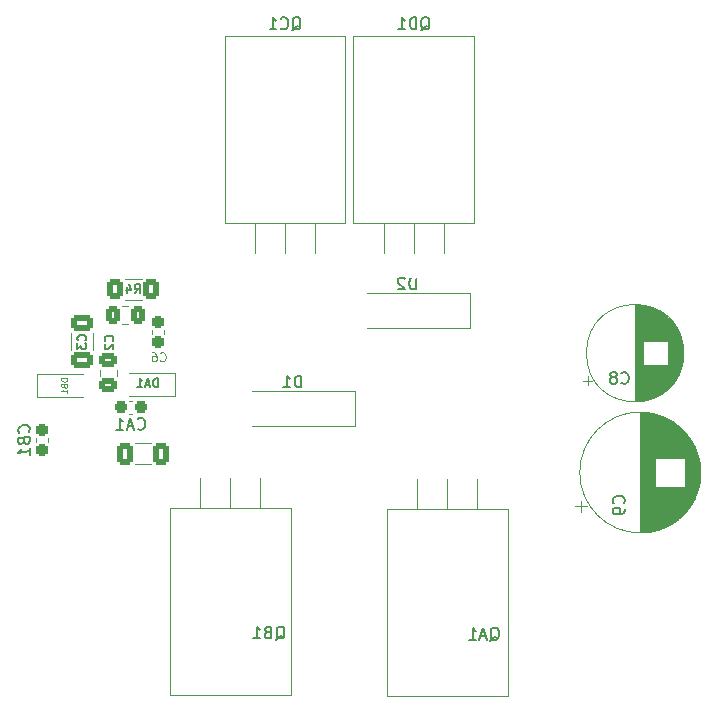
<source format=gbo>
G04 #@! TF.GenerationSoftware,KiCad,Pcbnew,(6.0.1)*
G04 #@! TF.CreationDate,2022-06-09T14:03:21-07:00*
G04 #@! TF.ProjectId,StereoPSRev1_2,53746572-656f-4505-9352-6576315f322e,rev?*
G04 #@! TF.SameCoordinates,Original*
G04 #@! TF.FileFunction,Legend,Bot*
G04 #@! TF.FilePolarity,Positive*
%FSLAX46Y46*%
G04 Gerber Fmt 4.6, Leading zero omitted, Abs format (unit mm)*
G04 Created by KiCad (PCBNEW (6.0.1)) date 2022-06-09 14:03:21*
%MOMM*%
%LPD*%
G01*
G04 APERTURE LIST*
G04 Aperture macros list*
%AMRoundRect*
0 Rectangle with rounded corners*
0 $1 Rounding radius*
0 $2 $3 $4 $5 $6 $7 $8 $9 X,Y pos of 4 corners*
0 Add a 4 corners polygon primitive as box body*
4,1,4,$2,$3,$4,$5,$6,$7,$8,$9,$2,$3,0*
0 Add four circle primitives for the rounded corners*
1,1,$1+$1,$2,$3*
1,1,$1+$1,$4,$5*
1,1,$1+$1,$6,$7*
1,1,$1+$1,$8,$9*
0 Add four rect primitives between the rounded corners*
20,1,$1+$1,$2,$3,$4,$5,0*
20,1,$1+$1,$4,$5,$6,$7,0*
20,1,$1+$1,$6,$7,$8,$9,0*
20,1,$1+$1,$8,$9,$2,$3,0*%
G04 Aperture macros list end*
%ADD10C,0.150000*%
%ADD11C,0.125000*%
%ADD12C,0.120000*%
%ADD13R,1.700000X1.700000*%
%ADD14O,1.700000X1.700000*%
%ADD15C,2.500000*%
%ADD16C,1.498600*%
%ADD17RoundRect,0.250000X0.650000X-0.412500X0.650000X0.412500X-0.650000X0.412500X-0.650000X-0.412500X0*%
%ADD18R,0.900000X1.200000*%
%ADD19R,1.600000X1.600000*%
%ADD20C,1.600000*%
%ADD21R,3.500000X2.700000*%
%ADD22O,3.500000X3.500000*%
%ADD23R,1.905000X2.000000*%
%ADD24O,1.905000X2.000000*%
%ADD25C,1.524000*%
%ADD26R,9.881000X8.881000*%
%ADD27RoundRect,0.250000X-0.400000X-0.625000X0.400000X-0.625000X0.400000X0.625000X-0.400000X0.625000X0*%
%ADD28RoundRect,0.237500X-0.300000X-0.237500X0.300000X-0.237500X0.300000X0.237500X-0.300000X0.237500X0*%
%ADD29R,2.000000X2.000000*%
%ADD30C,2.000000*%
%ADD31RoundRect,0.250000X-0.337500X-0.475000X0.337500X-0.475000X0.337500X0.475000X-0.337500X0.475000X0*%
%ADD32RoundRect,0.250000X-0.412500X-0.650000X0.412500X-0.650000X0.412500X0.650000X-0.412500X0.650000X0*%
%ADD33RoundRect,0.250000X0.475000X-0.337500X0.475000X0.337500X-0.475000X0.337500X-0.475000X-0.337500X0*%
%ADD34RoundRect,0.237500X0.237500X-0.300000X0.237500X0.300000X-0.237500X0.300000X-0.237500X-0.300000X0*%
%ADD35RoundRect,0.237500X-0.237500X0.300000X-0.237500X-0.300000X0.237500X-0.300000X0.237500X0.300000X0*%
G04 APERTURE END LIST*
D10*
X114956197Y-94820050D02*
X114991911Y-94784335D01*
X115027625Y-94677192D01*
X115027625Y-94605764D01*
X114991911Y-94498621D01*
X114920482Y-94427192D01*
X114849054Y-94391478D01*
X114706197Y-94355764D01*
X114599054Y-94355764D01*
X114456197Y-94391478D01*
X114384768Y-94427192D01*
X114313340Y-94498621D01*
X114277625Y-94605764D01*
X114277625Y-94677192D01*
X114313340Y-94784335D01*
X114349054Y-94820050D01*
X114277625Y-95070050D02*
X114277625Y-95534335D01*
X114563340Y-95284335D01*
X114563340Y-95391478D01*
X114599054Y-95462907D01*
X114634768Y-95498621D01*
X114706197Y-95534335D01*
X114884768Y-95534335D01*
X114956197Y-95498621D01*
X114991911Y-95462907D01*
X115027625Y-95391478D01*
X115027625Y-95177192D01*
X114991911Y-95105764D01*
X114956197Y-95070050D01*
X121113340Y-98784335D02*
X121113340Y-98034335D01*
X120934768Y-98034335D01*
X120827625Y-98070050D01*
X120756197Y-98141478D01*
X120720482Y-98212907D01*
X120684768Y-98355764D01*
X120684768Y-98462907D01*
X120720482Y-98605764D01*
X120756197Y-98677192D01*
X120827625Y-98748621D01*
X120934768Y-98784335D01*
X121113340Y-98784335D01*
X120399054Y-98570050D02*
X120041911Y-98570050D01*
X120470482Y-98784335D02*
X120220482Y-98034335D01*
X119970482Y-98784335D01*
X119327625Y-98784335D02*
X119756197Y-98784335D01*
X119541911Y-98784335D02*
X119541911Y-98034335D01*
X119613340Y-98141478D01*
X119684768Y-98212907D01*
X119756197Y-98248621D01*
X160336666Y-98407142D02*
X160384285Y-98454761D01*
X160527142Y-98502380D01*
X160622380Y-98502380D01*
X160765238Y-98454761D01*
X160860476Y-98359523D01*
X160908095Y-98264285D01*
X160955714Y-98073809D01*
X160955714Y-97930952D01*
X160908095Y-97740476D01*
X160860476Y-97645238D01*
X160765238Y-97550000D01*
X160622380Y-97502380D01*
X160527142Y-97502380D01*
X160384285Y-97550000D01*
X160336666Y-97597619D01*
X159765238Y-97930952D02*
X159860476Y-97883333D01*
X159908095Y-97835714D01*
X159955714Y-97740476D01*
X159955714Y-97692857D01*
X159908095Y-97597619D01*
X159860476Y-97550000D01*
X159765238Y-97502380D01*
X159574761Y-97502380D01*
X159479523Y-97550000D01*
X159431904Y-97597619D01*
X159384285Y-97692857D01*
X159384285Y-97740476D01*
X159431904Y-97835714D01*
X159479523Y-97883333D01*
X159574761Y-97930952D01*
X159765238Y-97930952D01*
X159860476Y-97978571D01*
X159908095Y-98026190D01*
X159955714Y-98121428D01*
X159955714Y-98311904D01*
X159908095Y-98407142D01*
X159860476Y-98454761D01*
X159765238Y-98502380D01*
X159574761Y-98502380D01*
X159479523Y-98454761D01*
X159431904Y-98407142D01*
X159384285Y-98311904D01*
X159384285Y-98121428D01*
X159431904Y-98026190D01*
X159479523Y-97978571D01*
X159574761Y-97930952D01*
X133238095Y-98802380D02*
X133238095Y-97802380D01*
X133000000Y-97802380D01*
X132857142Y-97850000D01*
X132761904Y-97945238D01*
X132714285Y-98040476D01*
X132666666Y-98230952D01*
X132666666Y-98373809D01*
X132714285Y-98564285D01*
X132761904Y-98659523D01*
X132857142Y-98754761D01*
X133000000Y-98802380D01*
X133238095Y-98802380D01*
X131714285Y-98802380D02*
X132285714Y-98802380D01*
X132000000Y-98802380D02*
X132000000Y-97802380D01*
X132095238Y-97945238D01*
X132190476Y-98040476D01*
X132285714Y-98088095D01*
X143355238Y-68567619D02*
X143450476Y-68520000D01*
X143545714Y-68424761D01*
X143688571Y-68281904D01*
X143783809Y-68234285D01*
X143879047Y-68234285D01*
X143831428Y-68472380D02*
X143926666Y-68424761D01*
X144021904Y-68329523D01*
X144069523Y-68139047D01*
X144069523Y-67805714D01*
X144021904Y-67615238D01*
X143926666Y-67520000D01*
X143831428Y-67472380D01*
X143640952Y-67472380D01*
X143545714Y-67520000D01*
X143450476Y-67615238D01*
X143402857Y-67805714D01*
X143402857Y-68139047D01*
X143450476Y-68329523D01*
X143545714Y-68424761D01*
X143640952Y-68472380D01*
X143831428Y-68472380D01*
X142974285Y-68472380D02*
X142974285Y-67472380D01*
X142736190Y-67472380D01*
X142593333Y-67520000D01*
X142498095Y-67615238D01*
X142450476Y-67710476D01*
X142402857Y-67900952D01*
X142402857Y-68043809D01*
X142450476Y-68234285D01*
X142498095Y-68329523D01*
X142593333Y-68424761D01*
X142736190Y-68472380D01*
X142974285Y-68472380D01*
X141450476Y-68472380D02*
X142021904Y-68472380D01*
X141736190Y-68472380D02*
X141736190Y-67472380D01*
X141831428Y-67615238D01*
X141926666Y-67710476D01*
X142021904Y-67758095D01*
X119125000Y-90834436D02*
X119375000Y-90477293D01*
X119553571Y-90834436D02*
X119553571Y-90084436D01*
X119267857Y-90084436D01*
X119196428Y-90120151D01*
X119160714Y-90155865D01*
X119125000Y-90227293D01*
X119125000Y-90334436D01*
X119160714Y-90405865D01*
X119196428Y-90441579D01*
X119267857Y-90477293D01*
X119553571Y-90477293D01*
X118482142Y-90334436D02*
X118482142Y-90834436D01*
X118660714Y-90048722D02*
X118839285Y-90584436D01*
X118375000Y-90584436D01*
X119395238Y-102287142D02*
X119442857Y-102334761D01*
X119585714Y-102382380D01*
X119680952Y-102382380D01*
X119823809Y-102334761D01*
X119919047Y-102239523D01*
X119966666Y-102144285D01*
X120014285Y-101953809D01*
X120014285Y-101810952D01*
X119966666Y-101620476D01*
X119919047Y-101525238D01*
X119823809Y-101430000D01*
X119680952Y-101382380D01*
X119585714Y-101382380D01*
X119442857Y-101430000D01*
X119395238Y-101477619D01*
X119014285Y-102096666D02*
X118538095Y-102096666D01*
X119109523Y-102382380D02*
X118776190Y-101382380D01*
X118442857Y-102382380D01*
X117585714Y-102382380D02*
X118157142Y-102382380D01*
X117871428Y-102382380D02*
X117871428Y-101382380D01*
X117966666Y-101525238D01*
X118061904Y-101620476D01*
X118157142Y-101668095D01*
X160525142Y-108603333D02*
X160572761Y-108555714D01*
X160620380Y-108412857D01*
X160620380Y-108317619D01*
X160572761Y-108174761D01*
X160477523Y-108079523D01*
X160382285Y-108031904D01*
X160191809Y-107984285D01*
X160048952Y-107984285D01*
X159858476Y-108031904D01*
X159763238Y-108079523D01*
X159668000Y-108174761D01*
X159620380Y-108317619D01*
X159620380Y-108412857D01*
X159668000Y-108555714D01*
X159715619Y-108603333D01*
X160620380Y-109079523D02*
X160620380Y-109270000D01*
X160572761Y-109365238D01*
X160525142Y-109412857D01*
X160382285Y-109508095D01*
X160191809Y-109555714D01*
X159810857Y-109555714D01*
X159715619Y-109508095D01*
X159668000Y-109460476D01*
X159620380Y-109365238D01*
X159620380Y-109174761D01*
X159668000Y-109079523D01*
X159715619Y-109031904D01*
X159810857Y-108984285D01*
X160048952Y-108984285D01*
X160144190Y-109031904D01*
X160191809Y-109079523D01*
X160239428Y-109174761D01*
X160239428Y-109365238D01*
X160191809Y-109460476D01*
X160144190Y-109508095D01*
X160048952Y-109555714D01*
X149223809Y-120247619D02*
X149319047Y-120200000D01*
X149414285Y-120104761D01*
X149557142Y-119961904D01*
X149652380Y-119914285D01*
X149747619Y-119914285D01*
X149700000Y-120152380D02*
X149795238Y-120104761D01*
X149890476Y-120009523D01*
X149938095Y-119819047D01*
X149938095Y-119485714D01*
X149890476Y-119295238D01*
X149795238Y-119200000D01*
X149700000Y-119152380D01*
X149509523Y-119152380D01*
X149414285Y-119200000D01*
X149319047Y-119295238D01*
X149271428Y-119485714D01*
X149271428Y-119819047D01*
X149319047Y-120009523D01*
X149414285Y-120104761D01*
X149509523Y-120152380D01*
X149700000Y-120152380D01*
X148890476Y-119866666D02*
X148414285Y-119866666D01*
X148985714Y-120152380D02*
X148652380Y-119152380D01*
X148319047Y-120152380D01*
X147461904Y-120152380D02*
X148033333Y-120152380D01*
X147747619Y-120152380D02*
X147747619Y-119152380D01*
X147842857Y-119295238D01*
X147938095Y-119390476D01*
X148033333Y-119438095D01*
X142938095Y-90502380D02*
X142938095Y-89502380D01*
X142700000Y-89502380D01*
X142557142Y-89550000D01*
X142461904Y-89645238D01*
X142414285Y-89740476D01*
X142366666Y-89930952D01*
X142366666Y-90073809D01*
X142414285Y-90264285D01*
X142461904Y-90359523D01*
X142557142Y-90454761D01*
X142700000Y-90502380D01*
X142938095Y-90502380D01*
X141985714Y-89597619D02*
X141938095Y-89550000D01*
X141842857Y-89502380D01*
X141604761Y-89502380D01*
X141509523Y-89550000D01*
X141461904Y-89597619D01*
X141414285Y-89692857D01*
X141414285Y-89788095D01*
X141461904Y-89930952D01*
X142033333Y-90502380D01*
X141414285Y-90502380D01*
X132455238Y-68567619D02*
X132550476Y-68520000D01*
X132645714Y-68424761D01*
X132788571Y-68281904D01*
X132883809Y-68234285D01*
X132979047Y-68234285D01*
X132931428Y-68472380D02*
X133026666Y-68424761D01*
X133121904Y-68329523D01*
X133169523Y-68139047D01*
X133169523Y-67805714D01*
X133121904Y-67615238D01*
X133026666Y-67520000D01*
X132931428Y-67472380D01*
X132740952Y-67472380D01*
X132645714Y-67520000D01*
X132550476Y-67615238D01*
X132502857Y-67805714D01*
X132502857Y-68139047D01*
X132550476Y-68329523D01*
X132645714Y-68424761D01*
X132740952Y-68472380D01*
X132931428Y-68472380D01*
X131502857Y-68377142D02*
X131550476Y-68424761D01*
X131693333Y-68472380D01*
X131788571Y-68472380D01*
X131931428Y-68424761D01*
X132026666Y-68329523D01*
X132074285Y-68234285D01*
X132121904Y-68043809D01*
X132121904Y-67900952D01*
X132074285Y-67710476D01*
X132026666Y-67615238D01*
X131931428Y-67520000D01*
X131788571Y-67472380D01*
X131693333Y-67472380D01*
X131550476Y-67520000D01*
X131502857Y-67567619D01*
X130550476Y-68472380D02*
X131121904Y-68472380D01*
X130836190Y-68472380D02*
X130836190Y-67472380D01*
X130931428Y-67615238D01*
X131026666Y-67710476D01*
X131121904Y-67758095D01*
X117256197Y-94870050D02*
X117291911Y-94834335D01*
X117327625Y-94727192D01*
X117327625Y-94655764D01*
X117291911Y-94548621D01*
X117220482Y-94477192D01*
X117149054Y-94441478D01*
X117006197Y-94405764D01*
X116899054Y-94405764D01*
X116756197Y-94441478D01*
X116684768Y-94477192D01*
X116613340Y-94548621D01*
X116577625Y-94655764D01*
X116577625Y-94727192D01*
X116613340Y-94834335D01*
X116649054Y-94870050D01*
X116649054Y-95155764D02*
X116613340Y-95191478D01*
X116577625Y-95262907D01*
X116577625Y-95441478D01*
X116613340Y-95512907D01*
X116649054Y-95548621D01*
X116720482Y-95584335D01*
X116791911Y-95584335D01*
X116899054Y-95548621D01*
X117327625Y-95120050D01*
X117327625Y-95584335D01*
X110157142Y-102550565D02*
X110204761Y-102496994D01*
X110252380Y-102348184D01*
X110252380Y-102252946D01*
X110204761Y-102116041D01*
X110109523Y-102032708D01*
X110014285Y-101996994D01*
X109823809Y-101973184D01*
X109680952Y-101991041D01*
X109490476Y-102062470D01*
X109395238Y-102121994D01*
X109300000Y-102229136D01*
X109252380Y-102377946D01*
X109252380Y-102473184D01*
X109300000Y-102610089D01*
X109347619Y-102651755D01*
X109728571Y-103366041D02*
X109776190Y-103502946D01*
X109823809Y-103544613D01*
X109919047Y-103580327D01*
X110061904Y-103562470D01*
X110157142Y-103502946D01*
X110204761Y-103449375D01*
X110252380Y-103348184D01*
X110252380Y-102967232D01*
X109252380Y-103092232D01*
X109252380Y-103425565D01*
X109300000Y-103514851D01*
X109347619Y-103556517D01*
X109442857Y-103592232D01*
X109538095Y-103580327D01*
X109633333Y-103520803D01*
X109680952Y-103467232D01*
X109728571Y-103366041D01*
X109728571Y-103032708D01*
X110252380Y-104491041D02*
X110252380Y-103919613D01*
X110252380Y-104205327D02*
X109252380Y-104330327D01*
X109395238Y-104217232D01*
X109490476Y-104110089D01*
X109538095Y-104008898D01*
D11*
X121276920Y-96517857D02*
X121312634Y-96553571D01*
X121419777Y-96589285D01*
X121491205Y-96589285D01*
X121598348Y-96553571D01*
X121669777Y-96482142D01*
X121705491Y-96410714D01*
X121741205Y-96267857D01*
X121741205Y-96160714D01*
X121705491Y-96017857D01*
X121669777Y-95946428D01*
X121598348Y-95875000D01*
X121491205Y-95839285D01*
X121419777Y-95839285D01*
X121312634Y-95875000D01*
X121276920Y-95910714D01*
X120634062Y-95839285D02*
X120776920Y-95839285D01*
X120848348Y-95875000D01*
X120884062Y-95910714D01*
X120955491Y-96017857D01*
X120991205Y-96160714D01*
X120991205Y-96446428D01*
X120955491Y-96517857D01*
X120919777Y-96553571D01*
X120848348Y-96589285D01*
X120705491Y-96589285D01*
X120634062Y-96553571D01*
X120598348Y-96517857D01*
X120562634Y-96446428D01*
X120562634Y-96267857D01*
X120598348Y-96196428D01*
X120634062Y-96160714D01*
X120705491Y-96125000D01*
X120848348Y-96125000D01*
X120919777Y-96160714D01*
X120955491Y-96196428D01*
X120991205Y-96267857D01*
D10*
X131095238Y-120147619D02*
X131190476Y-120100000D01*
X131285714Y-120004761D01*
X131428571Y-119861904D01*
X131523809Y-119814285D01*
X131619047Y-119814285D01*
X131571428Y-120052380D02*
X131666666Y-120004761D01*
X131761904Y-119909523D01*
X131809523Y-119719047D01*
X131809523Y-119385714D01*
X131761904Y-119195238D01*
X131666666Y-119100000D01*
X131571428Y-119052380D01*
X131380952Y-119052380D01*
X131285714Y-119100000D01*
X131190476Y-119195238D01*
X131142857Y-119385714D01*
X131142857Y-119719047D01*
X131190476Y-119909523D01*
X131285714Y-120004761D01*
X131380952Y-120052380D01*
X131571428Y-120052380D01*
X130380952Y-119528571D02*
X130238095Y-119576190D01*
X130190476Y-119623809D01*
X130142857Y-119719047D01*
X130142857Y-119861904D01*
X130190476Y-119957142D01*
X130238095Y-120004761D01*
X130333333Y-120052380D01*
X130714285Y-120052380D01*
X130714285Y-119052380D01*
X130380952Y-119052380D01*
X130285714Y-119100000D01*
X130238095Y-119147619D01*
X130190476Y-119242857D01*
X130190476Y-119338095D01*
X130238095Y-119433333D01*
X130285714Y-119480952D01*
X130380952Y-119528571D01*
X130714285Y-119528571D01*
X129190476Y-120052380D02*
X129761904Y-120052380D01*
X129476190Y-120052380D02*
X129476190Y-119052380D01*
X129571428Y-119195238D01*
X129666666Y-119290476D01*
X129761904Y-119338095D01*
D11*
X113434530Y-98026002D02*
X112934530Y-98026002D01*
X112934530Y-98145050D01*
X112958340Y-98216478D01*
X113005959Y-98264097D01*
X113053578Y-98287907D01*
X113148816Y-98311716D01*
X113220244Y-98311716D01*
X113315482Y-98287907D01*
X113363101Y-98264097D01*
X113410720Y-98216478D01*
X113434530Y-98145050D01*
X113434530Y-98026002D01*
X113172625Y-98692669D02*
X113196435Y-98764097D01*
X113220244Y-98787907D01*
X113267863Y-98811716D01*
X113339292Y-98811716D01*
X113386911Y-98787907D01*
X113410720Y-98764097D01*
X113434530Y-98716478D01*
X113434530Y-98526002D01*
X112934530Y-98526002D01*
X112934530Y-98692669D01*
X112958340Y-98740288D01*
X112982149Y-98764097D01*
X113029768Y-98787907D01*
X113077387Y-98787907D01*
X113125006Y-98764097D01*
X113148816Y-98740288D01*
X113172625Y-98692669D01*
X113172625Y-98526002D01*
X113434530Y-99287907D02*
X113434530Y-99002192D01*
X113434530Y-99145050D02*
X112934530Y-99145050D01*
X113005959Y-99097430D01*
X113053578Y-99049811D01*
X113077387Y-99002192D01*
D12*
X113778340Y-95656302D02*
X113778340Y-94233798D01*
X115598340Y-95656302D02*
X115598340Y-94233798D01*
X122538340Y-97545050D02*
X118638340Y-97545050D01*
X122538340Y-97545050D02*
X122538340Y-99545050D01*
X122538340Y-99545050D02*
X118638340Y-99545050D01*
X163018349Y-94860000D02*
X163018349Y-92110000D01*
X163778349Y-99292000D02*
X163778349Y-96940000D01*
X161857349Y-99965000D02*
X161857349Y-91835000D01*
X162858349Y-99750000D02*
X162858349Y-96940000D01*
X164258349Y-98919000D02*
X164258349Y-96940000D01*
X161977349Y-99952000D02*
X161977349Y-91848000D01*
X162618349Y-94860000D02*
X162618349Y-91975000D01*
X163978349Y-94860000D02*
X163978349Y-92650000D01*
X164138349Y-94860000D02*
X164138349Y-92776000D01*
X161537349Y-99980000D02*
X161537349Y-91820000D01*
X163938349Y-99180000D02*
X163938349Y-96940000D01*
X165098349Y-97864000D02*
X165098349Y-93936000D01*
X163858349Y-94860000D02*
X163858349Y-92562000D01*
X165538349Y-96668000D02*
X165538349Y-95132000D01*
X163258349Y-99586000D02*
X163258349Y-96940000D01*
X163418349Y-94860000D02*
X163418349Y-92294000D01*
X163458349Y-94860000D02*
X163458349Y-92316000D01*
X162818349Y-94860000D02*
X162818349Y-92037000D01*
X164098349Y-99056000D02*
X164098349Y-96940000D01*
X165298349Y-97452000D02*
X165298349Y-94348000D01*
X164978349Y-98066000D02*
X164978349Y-93734000D01*
X161937349Y-99957000D02*
X161937349Y-91843000D01*
X162258349Y-99910000D02*
X162258349Y-96940000D01*
X162658349Y-99814000D02*
X162658349Y-96940000D01*
X161737349Y-99974000D02*
X161737349Y-91826000D01*
X163538349Y-99440000D02*
X163538349Y-96940000D01*
X161777349Y-99971000D02*
X161777349Y-91829000D01*
X162177349Y-99924000D02*
X162177349Y-91876000D01*
X165578349Y-96433000D02*
X165578349Y-95367000D01*
X163818349Y-94860000D02*
X163818349Y-92535000D01*
X162578349Y-94860000D02*
X162578349Y-91964000D01*
X165218349Y-97631000D02*
X165218349Y-94169000D01*
X162778349Y-94860000D02*
X162778349Y-92023000D01*
X163498349Y-94860000D02*
X163498349Y-92338000D01*
X163738349Y-99318000D02*
X163738349Y-96940000D01*
X162338349Y-94860000D02*
X162338349Y-91906000D01*
X162818349Y-99763000D02*
X162818349Y-96940000D01*
X164138349Y-99024000D02*
X164138349Y-96940000D01*
X163538349Y-94860000D02*
X163538349Y-92360000D01*
X162378349Y-99885000D02*
X162378349Y-96940000D01*
X163898349Y-94860000D02*
X163898349Y-92591000D01*
X162097349Y-99937000D02*
X162097349Y-91863000D01*
X163418349Y-99506000D02*
X163418349Y-96940000D01*
X162898349Y-99735000D02*
X162898349Y-96940000D01*
X164658349Y-98504000D02*
X164658349Y-93296000D01*
X163378349Y-99527000D02*
X163378349Y-96940000D01*
X162298349Y-94860000D02*
X162298349Y-91898000D01*
X162418349Y-94860000D02*
X162418349Y-91924000D01*
X163338349Y-99547000D02*
X163338349Y-96940000D01*
X163298349Y-99566000D02*
X163298349Y-96940000D01*
X162498349Y-99857000D02*
X162498349Y-96940000D01*
X162538349Y-94860000D02*
X162538349Y-91953000D01*
X164538349Y-98641000D02*
X164538349Y-93159000D01*
X163578349Y-94860000D02*
X163578349Y-92383000D01*
X162658349Y-94860000D02*
X162658349Y-91986000D01*
X162858349Y-94860000D02*
X162858349Y-92050000D01*
X162017349Y-99948000D02*
X162017349Y-91852000D01*
X165138349Y-97790000D02*
X165138349Y-94010000D01*
X163218349Y-94860000D02*
X163218349Y-92196000D01*
X157087651Y-98215000D02*
X157887651Y-98215000D01*
X162898349Y-94860000D02*
X162898349Y-92065000D01*
X163618349Y-99393000D02*
X163618349Y-96940000D01*
X162418349Y-99876000D02*
X162418349Y-96940000D01*
X161897349Y-99961000D02*
X161897349Y-91839000D01*
X165258349Y-97545000D02*
X165258349Y-94255000D01*
X163818349Y-99265000D02*
X163818349Y-96940000D01*
X164938349Y-98128000D02*
X164938349Y-93672000D01*
X164618349Y-98551000D02*
X164618349Y-93249000D01*
X163778349Y-94860000D02*
X163778349Y-92508000D01*
X162938349Y-94860000D02*
X162938349Y-92079000D01*
X164178349Y-94860000D02*
X164178349Y-92810000D01*
X164338349Y-98845000D02*
X164338349Y-92955000D01*
X165058349Y-97934000D02*
X165058349Y-93866000D01*
X163658349Y-99369000D02*
X163658349Y-96940000D01*
X162738349Y-99789000D02*
X162738349Y-96940000D01*
X164578349Y-98597000D02*
X164578349Y-93203000D01*
X163058349Y-99674000D02*
X163058349Y-96940000D01*
X163458349Y-99484000D02*
X163458349Y-96940000D01*
X163578349Y-99417000D02*
X163578349Y-96940000D01*
X164418349Y-98767000D02*
X164418349Y-93033000D01*
X162378349Y-94860000D02*
X162378349Y-91915000D01*
X163218349Y-99604000D02*
X163218349Y-96940000D01*
X162978349Y-94860000D02*
X162978349Y-92095000D01*
X163258349Y-94860000D02*
X163258349Y-92214000D01*
X165458349Y-96998000D02*
X165458349Y-94802000D01*
X162578349Y-99836000D02*
X162578349Y-96940000D01*
X164298349Y-98883000D02*
X164298349Y-92917000D01*
X163138349Y-94860000D02*
X163138349Y-92160000D01*
X164178349Y-98990000D02*
X164178349Y-96940000D01*
X163658349Y-94860000D02*
X163658349Y-92431000D01*
X162618349Y-99825000D02*
X162618349Y-96940000D01*
X164098349Y-94860000D02*
X164098349Y-92744000D01*
X164458349Y-98726000D02*
X164458349Y-93074000D01*
X163738349Y-94860000D02*
X163738349Y-92482000D01*
X163058349Y-94860000D02*
X163058349Y-92126000D01*
X162498349Y-94860000D02*
X162498349Y-91943000D01*
X163098349Y-94860000D02*
X163098349Y-92143000D01*
X165178349Y-97713000D02*
X165178349Y-94087000D01*
X164698349Y-98456000D02*
X164698349Y-93344000D01*
X164778349Y-98354000D02*
X164778349Y-93446000D01*
X163178349Y-99622000D02*
X163178349Y-96940000D01*
X164738349Y-98405000D02*
X164738349Y-93395000D01*
X157487651Y-98615000D02*
X157487651Y-97815000D01*
X164378349Y-98807000D02*
X164378349Y-92993000D01*
X163698349Y-99344000D02*
X163698349Y-96940000D01*
X163938349Y-94860000D02*
X163938349Y-92620000D01*
X164218349Y-94860000D02*
X164218349Y-92845000D01*
X162458349Y-94860000D02*
X162458349Y-91933000D01*
X163698349Y-94860000D02*
X163698349Y-92456000D01*
X161617349Y-99979000D02*
X161617349Y-91821000D01*
X162458349Y-99867000D02*
X162458349Y-96940000D01*
X162778349Y-99777000D02*
X162778349Y-96940000D01*
X161497349Y-99980000D02*
X161497349Y-91820000D01*
X164858349Y-98245000D02*
X164858349Y-93555000D01*
X162057349Y-99942000D02*
X162057349Y-91858000D01*
X163018349Y-99690000D02*
X163018349Y-96940000D01*
X163858349Y-99238000D02*
X163858349Y-96940000D01*
X162298349Y-99902000D02*
X162298349Y-96940000D01*
X164498349Y-98684000D02*
X164498349Y-93116000D01*
X164058349Y-94860000D02*
X164058349Y-92711000D01*
X164058349Y-99089000D02*
X164058349Y-96940000D01*
X164258349Y-94860000D02*
X164258349Y-92881000D01*
X163618349Y-94860000D02*
X163618349Y-92407000D01*
X163338349Y-94860000D02*
X163338349Y-92253000D01*
X164818349Y-98300000D02*
X164818349Y-93500000D01*
X165418349Y-97129000D02*
X165418349Y-94671000D01*
X162258349Y-94860000D02*
X162258349Y-91890000D01*
X164018349Y-94860000D02*
X164018349Y-92680000D01*
X163098349Y-99657000D02*
X163098349Y-96940000D01*
X162218349Y-94860000D02*
X162218349Y-91883000D01*
X165338349Y-97353000D02*
X165338349Y-94447000D01*
X162698349Y-94860000D02*
X162698349Y-91998000D01*
X162538349Y-99847000D02*
X162538349Y-96940000D01*
X162978349Y-99705000D02*
X162978349Y-96940000D01*
X164218349Y-98955000D02*
X164218349Y-96940000D01*
X163378349Y-94860000D02*
X163378349Y-92273000D01*
X163898349Y-99209000D02*
X163898349Y-96940000D01*
X162338349Y-99894000D02*
X162338349Y-96940000D01*
X163178349Y-94860000D02*
X163178349Y-92178000D01*
X161697349Y-99976000D02*
X161697349Y-91824000D01*
X162218349Y-99917000D02*
X162218349Y-96940000D01*
X164018349Y-99120000D02*
X164018349Y-96940000D01*
X163978349Y-99150000D02*
X163978349Y-96940000D01*
X163498349Y-99462000D02*
X163498349Y-96940000D01*
X161817349Y-99968000D02*
X161817349Y-91832000D01*
X165498349Y-96848000D02*
X165498349Y-94952000D01*
X165018349Y-98002000D02*
X165018349Y-93798000D01*
X163298349Y-94860000D02*
X163298349Y-92234000D01*
X162137349Y-99930000D02*
X162137349Y-91870000D01*
X161657349Y-99977000D02*
X161657349Y-91823000D01*
X163138349Y-99640000D02*
X163138349Y-96940000D01*
X164898349Y-98187000D02*
X164898349Y-93613000D01*
X165378349Y-97246000D02*
X165378349Y-94554000D01*
X161577349Y-99980000D02*
X161577349Y-91820000D01*
X162938349Y-99721000D02*
X162938349Y-96940000D01*
X162698349Y-99802000D02*
X162698349Y-96940000D01*
X162738349Y-94860000D02*
X162738349Y-92011000D01*
X165617349Y-95900000D02*
G75*
G03*
X165617349Y-95900000I-4120000J0D01*
G01*
X137800000Y-102100000D02*
X129100000Y-102100000D01*
X129100000Y-99100000D02*
X137800000Y-99100000D01*
X137800000Y-99100000D02*
X137800000Y-102100000D01*
X147880000Y-84910000D02*
X137640000Y-84910000D01*
X147880000Y-69020000D02*
X147880000Y-84910000D01*
X147880000Y-69020000D02*
X137640000Y-69020000D01*
X137640000Y-69020000D02*
X137640000Y-84910000D01*
X142760000Y-84910000D02*
X142760000Y-87450000D01*
X140220000Y-84910000D02*
X140220000Y-87450000D01*
X145300000Y-84910000D02*
X145300000Y-87450000D01*
X118272936Y-91410000D02*
X119727064Y-91410000D01*
X118272936Y-89590000D02*
X119727064Y-89590000D01*
X118653733Y-99990000D02*
X118946267Y-99990000D01*
X118653733Y-101010000D02*
X118946267Y-101010000D01*
X165293323Y-109824000D02*
X165293323Y-107241000D01*
X165453323Y-109679000D02*
X165453323Y-107241000D01*
X162212323Y-111073000D02*
X162212323Y-100927000D01*
X165013323Y-110050000D02*
X165013323Y-107241000D01*
X164573323Y-110347000D02*
X164573323Y-107241000D01*
X166893323Y-107230000D02*
X166893323Y-104770000D01*
X164373323Y-110462000D02*
X164373323Y-107241000D01*
X164773323Y-110221000D02*
X164773323Y-107241000D01*
X162612323Y-111035000D02*
X162612323Y-100965000D01*
X163333323Y-110885000D02*
X163333323Y-107241000D01*
X162853323Y-110997000D02*
X162853323Y-101003000D01*
X166173323Y-108830000D02*
X166173323Y-103170000D01*
X165253323Y-104759000D02*
X165253323Y-102142000D01*
X166053323Y-109000000D02*
X166053323Y-103000000D01*
X163373323Y-110874000D02*
X163373323Y-107241000D01*
X164053323Y-110621000D02*
X164053323Y-107241000D01*
X167013323Y-106599000D02*
X167013323Y-105401000D01*
X166813323Y-107510000D02*
X166813323Y-104490000D01*
X166253323Y-108709000D02*
X166253323Y-103291000D01*
X166213323Y-108770000D02*
X166213323Y-103230000D01*
X163773323Y-104759000D02*
X163773323Y-101262000D01*
X164613323Y-110323000D02*
X164613323Y-107241000D01*
X164253323Y-104759000D02*
X164253323Y-101475000D01*
X166093323Y-108945000D02*
X166093323Y-103055000D01*
X165493323Y-109640000D02*
X165493323Y-107241000D01*
X164693323Y-104759000D02*
X164693323Y-101727000D01*
X164133323Y-104759000D02*
X164133323Y-101416000D01*
X166853323Y-107378000D02*
X166853323Y-104622000D01*
X161932323Y-111080000D02*
X161932323Y-100920000D01*
X164373323Y-104759000D02*
X164373323Y-101538000D01*
X163213323Y-104759000D02*
X163213323Y-101082000D01*
X165213323Y-109892000D02*
X165213323Y-107241000D01*
X165533323Y-109601000D02*
X165533323Y-107241000D01*
X162412323Y-111058000D02*
X162412323Y-100942000D01*
X156452677Y-108875000D02*
X157452677Y-108875000D01*
X165453323Y-104759000D02*
X165453323Y-102321000D01*
X162292323Y-111068000D02*
X162292323Y-100932000D01*
X165013323Y-104759000D02*
X165013323Y-101950000D01*
X162132323Y-111077000D02*
X162132323Y-100923000D01*
X162012323Y-111080000D02*
X162012323Y-100920000D01*
X166333323Y-108579000D02*
X166333323Y-103421000D01*
X165973323Y-109106000D02*
X165973323Y-102894000D01*
X162973323Y-110974000D02*
X162973323Y-101026000D01*
X164933323Y-110110000D02*
X164933323Y-107241000D01*
X162893323Y-110990000D02*
X162893323Y-101010000D01*
X166573323Y-108125000D02*
X166573323Y-103875000D01*
X163813323Y-104759000D02*
X163813323Y-101277000D01*
X165813323Y-109301000D02*
X165813323Y-102699000D01*
X165373323Y-109753000D02*
X165373323Y-107241000D01*
X164333323Y-104759000D02*
X164333323Y-101517000D01*
X164413323Y-104759000D02*
X164413323Y-101560000D01*
X164853323Y-104759000D02*
X164853323Y-101834000D01*
X164533323Y-104759000D02*
X164533323Y-101629000D01*
X165533323Y-104759000D02*
X165533323Y-102399000D01*
X165253323Y-109858000D02*
X165253323Y-107241000D01*
X163413323Y-110862000D02*
X163413323Y-107241000D01*
X163733323Y-110754000D02*
X163733323Y-107241000D01*
X162572323Y-111040000D02*
X162572323Y-100960000D01*
X164893323Y-110138000D02*
X164893323Y-107241000D01*
X164013323Y-110639000D02*
X164013323Y-107241000D01*
X164813323Y-110194000D02*
X164813323Y-107241000D01*
X164933323Y-104759000D02*
X164933323Y-101890000D01*
X164653323Y-110298000D02*
X164653323Y-107241000D01*
X156952677Y-109375000D02*
X156952677Y-108375000D01*
X165413323Y-109716000D02*
X165413323Y-107241000D01*
X162372323Y-111062000D02*
X162372323Y-100938000D01*
X163853323Y-104759000D02*
X163853323Y-101293000D01*
X164293323Y-110504000D02*
X164293323Y-107241000D01*
X164773323Y-104759000D02*
X164773323Y-101779000D01*
X163813323Y-110723000D02*
X163813323Y-107241000D01*
X162532323Y-111045000D02*
X162532323Y-100955000D01*
X165373323Y-104759000D02*
X165373323Y-102247000D01*
X163413323Y-104759000D02*
X163413323Y-101138000D01*
X165493323Y-104759000D02*
X165493323Y-102360000D01*
X163973323Y-104759000D02*
X163973323Y-101343000D01*
X163533323Y-104759000D02*
X163533323Y-101176000D01*
X164213323Y-110545000D02*
X164213323Y-107241000D01*
X164853323Y-110166000D02*
X164853323Y-107241000D01*
X165653323Y-104759000D02*
X165653323Y-102522000D01*
X165093323Y-104759000D02*
X165093323Y-102011000D01*
X164253323Y-110525000D02*
X164253323Y-107241000D01*
X164573323Y-104759000D02*
X164573323Y-101653000D01*
X166933323Y-107062000D02*
X166933323Y-104938000D01*
X166373323Y-108510000D02*
X166373323Y-103490000D01*
X165333323Y-109789000D02*
X165333323Y-107241000D01*
X163933323Y-110674000D02*
X163933323Y-107241000D01*
X164973323Y-110080000D02*
X164973323Y-107241000D01*
X163693323Y-104759000D02*
X163693323Y-101232000D01*
X163493323Y-104759000D02*
X163493323Y-101163000D01*
X164333323Y-110483000D02*
X164333323Y-107241000D01*
X163013323Y-110965000D02*
X163013323Y-101035000D01*
X166013323Y-109054000D02*
X166013323Y-102946000D01*
X164293323Y-104759000D02*
X164293323Y-101496000D01*
X165053323Y-104759000D02*
X165053323Y-101980000D01*
X165413323Y-104759000D02*
X165413323Y-102284000D01*
X166773323Y-107630000D02*
X166773323Y-104370000D01*
X163293323Y-110897000D02*
X163293323Y-107241000D01*
X163253323Y-104759000D02*
X163253323Y-101093000D01*
X162172323Y-111075000D02*
X162172323Y-100925000D01*
X162933323Y-110982000D02*
X162933323Y-101018000D01*
X163053323Y-110956000D02*
X163053323Y-101044000D01*
X163853323Y-110707000D02*
X163853323Y-107241000D01*
X166653323Y-107944000D02*
X166653323Y-104056000D01*
X161972323Y-111080000D02*
X161972323Y-100920000D01*
X164733323Y-104759000D02*
X164733323Y-101753000D01*
X165933323Y-109156000D02*
X165933323Y-102844000D01*
X165733323Y-109392000D02*
X165733323Y-102608000D01*
X163493323Y-110837000D02*
X163493323Y-107241000D01*
X164093323Y-104759000D02*
X164093323Y-101397000D01*
X163573323Y-104759000D02*
X163573323Y-101189000D01*
X162733323Y-111018000D02*
X162733323Y-100982000D01*
X165893323Y-109206000D02*
X165893323Y-102794000D01*
X163133323Y-110938000D02*
X163133323Y-101062000D01*
X163453323Y-110850000D02*
X163453323Y-107241000D01*
X162813323Y-111004000D02*
X162813323Y-100996000D01*
X164413323Y-110440000D02*
X164413323Y-107241000D01*
X163573323Y-110811000D02*
X163573323Y-107241000D01*
X162693323Y-111024000D02*
X162693323Y-100976000D01*
X163453323Y-104759000D02*
X163453323Y-101150000D01*
X164093323Y-110603000D02*
X164093323Y-107241000D01*
X163333323Y-104759000D02*
X163333323Y-101115000D01*
X163613323Y-110797000D02*
X163613323Y-107241000D01*
X164053323Y-104759000D02*
X164053323Y-101379000D01*
X163693323Y-110768000D02*
X163693323Y-107241000D01*
X162332323Y-111065000D02*
X162332323Y-100935000D01*
X165293323Y-104759000D02*
X165293323Y-102176000D01*
X164613323Y-104759000D02*
X164613323Y-101677000D01*
X163373323Y-104759000D02*
X163373323Y-101126000D01*
X163213323Y-110918000D02*
X163213323Y-107241000D01*
X163653323Y-104759000D02*
X163653323Y-101217000D01*
X165213323Y-104759000D02*
X165213323Y-102108000D01*
X164013323Y-104759000D02*
X164013323Y-101361000D01*
X165053323Y-110020000D02*
X165053323Y-107241000D01*
X166533323Y-108209000D02*
X166533323Y-103791000D01*
X162052323Y-111079000D02*
X162052323Y-100921000D01*
X166493323Y-108289000D02*
X166493323Y-103711000D01*
X166413323Y-108439000D02*
X166413323Y-103561000D01*
X162653323Y-111030000D02*
X162653323Y-100970000D01*
X163173323Y-110928000D02*
X163173323Y-101072000D01*
X164453323Y-110417000D02*
X164453323Y-107241000D01*
X163733323Y-104759000D02*
X163733323Y-101246000D01*
X164133323Y-110584000D02*
X164133323Y-107241000D01*
X163653323Y-110783000D02*
X163653323Y-107241000D01*
X162492323Y-111050000D02*
X162492323Y-100950000D01*
X163253323Y-110907000D02*
X163253323Y-107241000D01*
X165093323Y-109989000D02*
X165093323Y-107241000D01*
X162252323Y-111070000D02*
X162252323Y-100930000D01*
X164693323Y-110273000D02*
X164693323Y-107241000D01*
X164653323Y-104759000D02*
X164653323Y-101702000D01*
X163773323Y-110738000D02*
X163773323Y-107241000D01*
X166293323Y-108645000D02*
X166293323Y-103355000D01*
X166613323Y-108037000D02*
X166613323Y-103963000D01*
X165573323Y-104759000D02*
X165573323Y-102439000D01*
X164493323Y-104759000D02*
X164493323Y-101605000D01*
X163973323Y-110657000D02*
X163973323Y-107241000D01*
X163933323Y-104759000D02*
X163933323Y-101326000D01*
X162092323Y-111078000D02*
X162092323Y-100922000D01*
X163293323Y-104759000D02*
X163293323Y-101103000D01*
X166693323Y-107846000D02*
X166693323Y-104154000D01*
X165133323Y-104759000D02*
X165133323Y-102043000D01*
X166733323Y-107742000D02*
X166733323Y-104258000D01*
X164733323Y-110247000D02*
X164733323Y-107241000D01*
X165693323Y-109436000D02*
X165693323Y-102564000D01*
X165573323Y-109561000D02*
X165573323Y-107241000D01*
X165853323Y-109254000D02*
X165853323Y-102746000D01*
X162452323Y-111054000D02*
X162452323Y-100946000D01*
X163533323Y-110824000D02*
X163533323Y-107241000D01*
X165133323Y-109957000D02*
X165133323Y-107241000D01*
X165613323Y-109520000D02*
X165613323Y-107241000D01*
X165613323Y-104759000D02*
X165613323Y-102480000D01*
X162773323Y-111011000D02*
X162773323Y-100989000D01*
X164493323Y-110395000D02*
X164493323Y-107241000D01*
X164453323Y-104759000D02*
X164453323Y-101583000D01*
X163613323Y-104759000D02*
X163613323Y-101203000D01*
X163893323Y-104759000D02*
X163893323Y-101310000D01*
X166453323Y-108365000D02*
X166453323Y-103635000D01*
X163093323Y-110947000D02*
X163093323Y-101053000D01*
X164973323Y-104759000D02*
X164973323Y-101920000D01*
X163893323Y-110690000D02*
X163893323Y-107241000D01*
X166133323Y-108889000D02*
X166133323Y-103111000D01*
X164533323Y-110371000D02*
X164533323Y-107241000D01*
X164813323Y-104759000D02*
X164813323Y-101806000D01*
X165173323Y-104759000D02*
X165173323Y-102075000D01*
X164173323Y-110564000D02*
X164173323Y-107241000D01*
X165173323Y-109925000D02*
X165173323Y-107241000D01*
X165653323Y-109478000D02*
X165653323Y-107241000D01*
X164213323Y-104759000D02*
X164213323Y-101455000D01*
X164893323Y-104759000D02*
X164893323Y-101862000D01*
X166973323Y-106862000D02*
X166973323Y-105138000D01*
X164173323Y-104759000D02*
X164173323Y-101436000D01*
X165333323Y-104759000D02*
X165333323Y-102211000D01*
X165773323Y-109347000D02*
X165773323Y-102653000D01*
X167052323Y-106000000D02*
G75*
G03*
X167052323Y-106000000I-5120000J0D01*
G01*
X118085088Y-93405550D02*
X118607592Y-93405550D01*
X118085088Y-91935550D02*
X118607592Y-91935550D01*
X140480000Y-109060000D02*
X150720000Y-109060000D01*
X143060000Y-109060000D02*
X143060000Y-106520000D01*
X140480000Y-124950000D02*
X140480000Y-109060000D01*
X145600000Y-109060000D02*
X145600000Y-106520000D01*
X140480000Y-124950000D02*
X150720000Y-124950000D01*
X148140000Y-109060000D02*
X148140000Y-106520000D01*
X150720000Y-124950000D02*
X150720000Y-109060000D01*
X147500000Y-90800000D02*
X147500000Y-93800000D01*
X147500000Y-93800000D02*
X138800000Y-93800000D01*
X138800000Y-90800000D02*
X147500000Y-90800000D01*
X119126248Y-105310000D02*
X120548752Y-105310000D01*
X119126248Y-103490000D02*
X120548752Y-103490000D01*
X129320000Y-84910000D02*
X129320000Y-87450000D01*
X126740000Y-69020000D02*
X126740000Y-84910000D01*
X136980000Y-69020000D02*
X126740000Y-69020000D01*
X134400000Y-84910000D02*
X134400000Y-87450000D01*
X136980000Y-69020000D02*
X136980000Y-84910000D01*
X136980000Y-84910000D02*
X126740000Y-84910000D01*
X131860000Y-84910000D02*
X131860000Y-87450000D01*
X117623340Y-97806302D02*
X117623340Y-97283798D01*
X116153340Y-97806302D02*
X116153340Y-97283798D01*
X110790000Y-103408767D02*
X110790000Y-103116233D01*
X111810000Y-103408767D02*
X111810000Y-103116233D01*
X121611920Y-93953733D02*
X121611920Y-94246267D01*
X120591920Y-93953733D02*
X120591920Y-94246267D01*
X124700000Y-108990000D02*
X124700000Y-106450000D01*
X122120000Y-124880000D02*
X132360000Y-124880000D01*
X122120000Y-124880000D02*
X122120000Y-108990000D01*
X127240000Y-108990000D02*
X127240000Y-106450000D01*
X132360000Y-124880000D02*
X132360000Y-108990000D01*
X129780000Y-108990000D02*
X129780000Y-106450000D01*
X122120000Y-108990000D02*
X132360000Y-108990000D01*
X110858340Y-97645050D02*
X114758340Y-97645050D01*
X110858340Y-99645050D02*
X114758340Y-99645050D01*
X110858340Y-99645050D02*
X110858340Y-97645050D01*
%LPC*%
D13*
X115000000Y-113500000D03*
D14*
X112460000Y-113500000D03*
D13*
X159470000Y-113500000D03*
D14*
X156930000Y-113500000D03*
D15*
X166200000Y-74500000D03*
D13*
X106400000Y-89675000D03*
D14*
X108940000Y-89675000D03*
X111480000Y-89675000D03*
X114020000Y-89675000D03*
D15*
X107200000Y-117500000D03*
D16*
X120000000Y-84400000D03*
X121900000Y-82600000D03*
X120000000Y-80800000D03*
D15*
X166200000Y-117500000D03*
D13*
X108900000Y-107300000D03*
X137495000Y-113475000D03*
D14*
X134955000Y-113475000D03*
D13*
X124100000Y-92100000D03*
D15*
X107200000Y-74500000D03*
D17*
X114688340Y-96507550D03*
X114688340Y-93382550D03*
D18*
X121938340Y-98545050D03*
X118638340Y-98545050D03*
D19*
X159747349Y-95900000D03*
D20*
X163247349Y-95900000D03*
D21*
X135900000Y-100600000D03*
X129100000Y-100600000D03*
D22*
X142760000Y-71940000D03*
D23*
X145300000Y-88600000D03*
D24*
X142760000Y-88600000D03*
X140220000Y-88600000D03*
D25*
X145800000Y-83100000D03*
X139800000Y-83100000D03*
D26*
X142740500Y-80159500D03*
D25*
X145800000Y-80100000D03*
X139815284Y-80088651D03*
X142800000Y-83100000D03*
X145800000Y-77100000D03*
X142800000Y-80100000D03*
X139800000Y-77100000D03*
X142800000Y-77100000D03*
D27*
X117450000Y-90500000D03*
X120550000Y-90500000D03*
D28*
X117937500Y-100500000D03*
X119662500Y-100500000D03*
D29*
X159432323Y-106000000D03*
D30*
X164432323Y-106000000D03*
D31*
X117308840Y-92670550D03*
X119383840Y-92670550D03*
D22*
X145600000Y-122030000D03*
D23*
X143060000Y-105370000D03*
D24*
X145600000Y-105370000D03*
X148140000Y-105370000D03*
D25*
X148560000Y-116870000D03*
X145560000Y-116870000D03*
X142560000Y-113870000D03*
X142560000Y-110870000D03*
X145560000Y-110870000D03*
D26*
X145619500Y-113810500D03*
D25*
X148544716Y-113881349D03*
X148560000Y-110870000D03*
X145560000Y-113870000D03*
X142560000Y-116870000D03*
D21*
X145600000Y-92300000D03*
X138800000Y-92300000D03*
D32*
X118275000Y-104400000D03*
X121400000Y-104400000D03*
D22*
X131860000Y-71940000D03*
D23*
X134400000Y-88600000D03*
D24*
X131860000Y-88600000D03*
X129320000Y-88600000D03*
D25*
X134900000Y-80100000D03*
X128900000Y-77100000D03*
X128900000Y-83100000D03*
X128915284Y-80088651D03*
X134900000Y-77100000D03*
D26*
X131840500Y-80159500D03*
D25*
X131900000Y-80100000D03*
X131900000Y-83100000D03*
X131900000Y-77100000D03*
X134900000Y-83100000D03*
D33*
X116888340Y-98582550D03*
X116888340Y-96507550D03*
D34*
X111300000Y-104125000D03*
X111300000Y-102400000D03*
D35*
X121101920Y-93237500D03*
X121101920Y-94962500D03*
D22*
X127240000Y-121960000D03*
D23*
X124700000Y-105300000D03*
D24*
X127240000Y-105300000D03*
X129780000Y-105300000D03*
D25*
X130200000Y-110800000D03*
D26*
X127259500Y-113740500D03*
D25*
X127200000Y-116800000D03*
X130200000Y-116800000D03*
X124200000Y-113800000D03*
X124200000Y-116800000D03*
X127200000Y-110800000D03*
X124200000Y-110800000D03*
X130184716Y-113811349D03*
X127200000Y-113800000D03*
D18*
X111458340Y-98645050D03*
X114758340Y-98645050D03*
M02*

</source>
